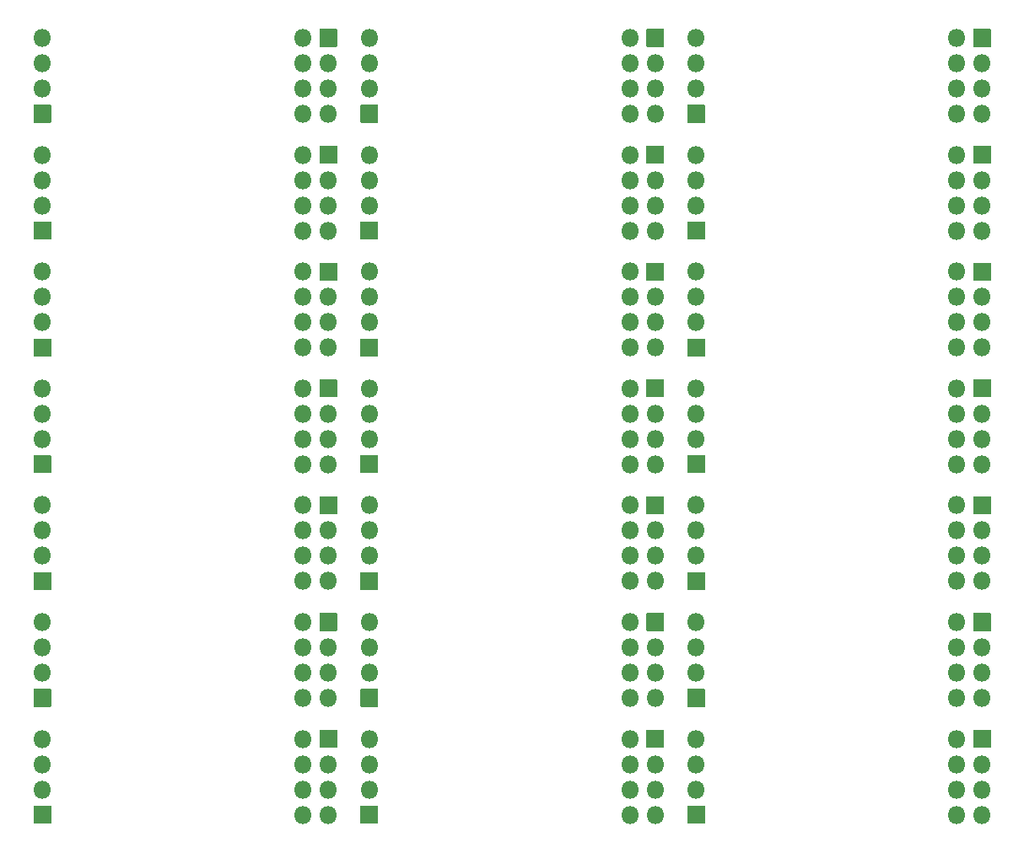
<source format=gbr>
%TF.GenerationSoftware,KiCad,Pcbnew,5.1.9*%
%TF.CreationDate,2021-03-02T23:44:56-08:00*%
%TF.ProjectId,rearm-esp_panelized,72656172-6d2d-4657-9370-5f70616e656c,rev?*%
%TF.SameCoordinates,PX6252a77PY87e2615*%
%TF.FileFunction,Soldermask,Bot*%
%TF.FilePolarity,Negative*%
%FSLAX46Y46*%
G04 Gerber Fmt 4.6, Leading zero omitted, Abs format (unit mm)*
G04 Created by KiCad (PCBNEW 5.1.9) date 2021-03-02 23:44:56*
%MOMM*%
%LPD*%
G01*
G04 APERTURE LIST*
%ADD10O,1.800000X1.800000*%
G04 APERTURE END LIST*
D10*
%TO.C,J1*%
X67816005Y14550001D03*
X67816005Y12010001D03*
X67816005Y9470001D03*
G36*
G01*
X66916005Y6080001D02*
X66916005Y7780001D01*
G75*
G02*
X66966005Y7830001I50000J0D01*
G01*
X68666005Y7830001D01*
G75*
G02*
X68716005Y7780001I0J-50000D01*
G01*
X68716005Y6080001D01*
G75*
G02*
X68666005Y6030001I-50000J0D01*
G01*
X66966005Y6030001D01*
G75*
G02*
X66916005Y6080001I0J50000D01*
G01*
G37*
%TD*%
%TO.C,J1*%
X67816005Y26284003D03*
X67816005Y23744003D03*
X67816005Y21204003D03*
G36*
G01*
X66916005Y17814003D02*
X66916005Y19514003D01*
G75*
G02*
X66966005Y19564003I50000J0D01*
G01*
X68666005Y19564003D01*
G75*
G02*
X68716005Y19514003I0J-50000D01*
G01*
X68716005Y17814003D01*
G75*
G02*
X68666005Y17764003I-50000J0D01*
G01*
X66966005Y17764003D01*
G75*
G02*
X66916005Y17814003I0J50000D01*
G01*
G37*
%TD*%
%TO.C,J1*%
X67816005Y38018005D03*
X67816005Y35478005D03*
X67816005Y32938005D03*
G36*
G01*
X66916005Y29548005D02*
X66916005Y31248005D01*
G75*
G02*
X66966005Y31298005I50000J0D01*
G01*
X68666005Y31298005D01*
G75*
G02*
X68716005Y31248005I0J-50000D01*
G01*
X68716005Y29548005D01*
G75*
G02*
X68666005Y29498005I-50000J0D01*
G01*
X66966005Y29498005D01*
G75*
G02*
X66916005Y29548005I0J50000D01*
G01*
G37*
%TD*%
%TO.C,J1*%
X67816005Y49752007D03*
X67816005Y47212007D03*
X67816005Y44672007D03*
G36*
G01*
X66916005Y41282007D02*
X66916005Y42982007D01*
G75*
G02*
X66966005Y43032007I50000J0D01*
G01*
X68666005Y43032007D01*
G75*
G02*
X68716005Y42982007I0J-50000D01*
G01*
X68716005Y41282007D01*
G75*
G02*
X68666005Y41232007I-50000J0D01*
G01*
X66966005Y41232007D01*
G75*
G02*
X66916005Y41282007I0J50000D01*
G01*
G37*
%TD*%
%TO.C,J1*%
X67816005Y61486009D03*
X67816005Y58946009D03*
X67816005Y56406009D03*
G36*
G01*
X66916005Y53016009D02*
X66916005Y54716009D01*
G75*
G02*
X66966005Y54766009I50000J0D01*
G01*
X68666005Y54766009D01*
G75*
G02*
X68716005Y54716009I0J-50000D01*
G01*
X68716005Y53016009D01*
G75*
G02*
X68666005Y52966009I-50000J0D01*
G01*
X66966005Y52966009D01*
G75*
G02*
X66916005Y53016009I0J50000D01*
G01*
G37*
%TD*%
%TO.C,J1*%
X67816005Y73220011D03*
X67816005Y70680011D03*
X67816005Y68140011D03*
G36*
G01*
X66916005Y64750011D02*
X66916005Y66450011D01*
G75*
G02*
X66966005Y66500011I50000J0D01*
G01*
X68666005Y66500011D01*
G75*
G02*
X68716005Y66450011I0J-50000D01*
G01*
X68716005Y64750011D01*
G75*
G02*
X68666005Y64700011I-50000J0D01*
G01*
X66966005Y64700011D01*
G75*
G02*
X66916005Y64750011I0J50000D01*
G01*
G37*
%TD*%
%TO.C,J1*%
X67816005Y84954013D03*
X67816005Y82414013D03*
X67816005Y79874013D03*
G36*
G01*
X66916005Y76484013D02*
X66916005Y78184013D01*
G75*
G02*
X66966005Y78234013I50000J0D01*
G01*
X68666005Y78234013D01*
G75*
G02*
X68716005Y78184013I0J-50000D01*
G01*
X68716005Y76484013D01*
G75*
G02*
X68666005Y76434013I-50000J0D01*
G01*
X66966005Y76434013D01*
G75*
G02*
X66916005Y76484013I0J50000D01*
G01*
G37*
%TD*%
%TO.C,J1*%
X35000003Y14550001D03*
X35000003Y12010001D03*
X35000003Y9470001D03*
G36*
G01*
X34100003Y6080001D02*
X34100003Y7780001D01*
G75*
G02*
X34150003Y7830001I50000J0D01*
G01*
X35850003Y7830001D01*
G75*
G02*
X35900003Y7780001I0J-50000D01*
G01*
X35900003Y6080001D01*
G75*
G02*
X35850003Y6030001I-50000J0D01*
G01*
X34150003Y6030001D01*
G75*
G02*
X34100003Y6080001I0J50000D01*
G01*
G37*
%TD*%
%TO.C,J1*%
X35000003Y26284003D03*
X35000003Y23744003D03*
X35000003Y21204003D03*
G36*
G01*
X34100003Y17814003D02*
X34100003Y19514003D01*
G75*
G02*
X34150003Y19564003I50000J0D01*
G01*
X35850003Y19564003D01*
G75*
G02*
X35900003Y19514003I0J-50000D01*
G01*
X35900003Y17814003D01*
G75*
G02*
X35850003Y17764003I-50000J0D01*
G01*
X34150003Y17764003D01*
G75*
G02*
X34100003Y17814003I0J50000D01*
G01*
G37*
%TD*%
%TO.C,J1*%
X35000003Y38018005D03*
X35000003Y35478005D03*
X35000003Y32938005D03*
G36*
G01*
X34100003Y29548005D02*
X34100003Y31248005D01*
G75*
G02*
X34150003Y31298005I50000J0D01*
G01*
X35850003Y31298005D01*
G75*
G02*
X35900003Y31248005I0J-50000D01*
G01*
X35900003Y29548005D01*
G75*
G02*
X35850003Y29498005I-50000J0D01*
G01*
X34150003Y29498005D01*
G75*
G02*
X34100003Y29548005I0J50000D01*
G01*
G37*
%TD*%
%TO.C,J1*%
X35000003Y49752007D03*
X35000003Y47212007D03*
X35000003Y44672007D03*
G36*
G01*
X34100003Y41282007D02*
X34100003Y42982007D01*
G75*
G02*
X34150003Y43032007I50000J0D01*
G01*
X35850003Y43032007D01*
G75*
G02*
X35900003Y42982007I0J-50000D01*
G01*
X35900003Y41282007D01*
G75*
G02*
X35850003Y41232007I-50000J0D01*
G01*
X34150003Y41232007D01*
G75*
G02*
X34100003Y41282007I0J50000D01*
G01*
G37*
%TD*%
%TO.C,J1*%
X35000003Y61486009D03*
X35000003Y58946009D03*
X35000003Y56406009D03*
G36*
G01*
X34100003Y53016009D02*
X34100003Y54716009D01*
G75*
G02*
X34150003Y54766009I50000J0D01*
G01*
X35850003Y54766009D01*
G75*
G02*
X35900003Y54716009I0J-50000D01*
G01*
X35900003Y53016009D01*
G75*
G02*
X35850003Y52966009I-50000J0D01*
G01*
X34150003Y52966009D01*
G75*
G02*
X34100003Y53016009I0J50000D01*
G01*
G37*
%TD*%
%TO.C,J1*%
X35000003Y73220011D03*
X35000003Y70680011D03*
X35000003Y68140011D03*
G36*
G01*
X34100003Y64750011D02*
X34100003Y66450011D01*
G75*
G02*
X34150003Y66500011I50000J0D01*
G01*
X35850003Y66500011D01*
G75*
G02*
X35900003Y66450011I0J-50000D01*
G01*
X35900003Y64750011D01*
G75*
G02*
X35850003Y64700011I-50000J0D01*
G01*
X34150003Y64700011D01*
G75*
G02*
X34100003Y64750011I0J50000D01*
G01*
G37*
%TD*%
%TO.C,J1*%
X35000003Y84954013D03*
X35000003Y82414013D03*
X35000003Y79874013D03*
G36*
G01*
X34100003Y76484013D02*
X34100003Y78184013D01*
G75*
G02*
X34150003Y78234013I50000J0D01*
G01*
X35850003Y78234013D01*
G75*
G02*
X35900003Y78184013I0J-50000D01*
G01*
X35900003Y76484013D01*
G75*
G02*
X35850003Y76434013I-50000J0D01*
G01*
X34150003Y76434013D01*
G75*
G02*
X34100003Y76484013I0J50000D01*
G01*
G37*
%TD*%
%TO.C,J1*%
X2184001Y14550001D03*
X2184001Y12010001D03*
X2184001Y9470001D03*
G36*
G01*
X1284001Y6080001D02*
X1284001Y7780001D01*
G75*
G02*
X1334001Y7830001I50000J0D01*
G01*
X3034001Y7830001D01*
G75*
G02*
X3084001Y7780001I0J-50000D01*
G01*
X3084001Y6080001D01*
G75*
G02*
X3034001Y6030001I-50000J0D01*
G01*
X1334001Y6030001D01*
G75*
G02*
X1284001Y6080001I0J50000D01*
G01*
G37*
%TD*%
%TO.C,J1*%
X2184001Y26284003D03*
X2184001Y23744003D03*
X2184001Y21204003D03*
G36*
G01*
X1284001Y17814003D02*
X1284001Y19514003D01*
G75*
G02*
X1334001Y19564003I50000J0D01*
G01*
X3034001Y19564003D01*
G75*
G02*
X3084001Y19514003I0J-50000D01*
G01*
X3084001Y17814003D01*
G75*
G02*
X3034001Y17764003I-50000J0D01*
G01*
X1334001Y17764003D01*
G75*
G02*
X1284001Y17814003I0J50000D01*
G01*
G37*
%TD*%
%TO.C,J1*%
X2184001Y38018005D03*
X2184001Y35478005D03*
X2184001Y32938005D03*
G36*
G01*
X1284001Y29548005D02*
X1284001Y31248005D01*
G75*
G02*
X1334001Y31298005I50000J0D01*
G01*
X3034001Y31298005D01*
G75*
G02*
X3084001Y31248005I0J-50000D01*
G01*
X3084001Y29548005D01*
G75*
G02*
X3034001Y29498005I-50000J0D01*
G01*
X1334001Y29498005D01*
G75*
G02*
X1284001Y29548005I0J50000D01*
G01*
G37*
%TD*%
%TO.C,J1*%
X2184001Y49752007D03*
X2184001Y47212007D03*
X2184001Y44672007D03*
G36*
G01*
X1284001Y41282007D02*
X1284001Y42982007D01*
G75*
G02*
X1334001Y43032007I50000J0D01*
G01*
X3034001Y43032007D01*
G75*
G02*
X3084001Y42982007I0J-50000D01*
G01*
X3084001Y41282007D01*
G75*
G02*
X3034001Y41232007I-50000J0D01*
G01*
X1334001Y41232007D01*
G75*
G02*
X1284001Y41282007I0J50000D01*
G01*
G37*
%TD*%
%TO.C,J1*%
X2184001Y61486009D03*
X2184001Y58946009D03*
X2184001Y56406009D03*
G36*
G01*
X1284001Y53016009D02*
X1284001Y54716009D01*
G75*
G02*
X1334001Y54766009I50000J0D01*
G01*
X3034001Y54766009D01*
G75*
G02*
X3084001Y54716009I0J-50000D01*
G01*
X3084001Y53016009D01*
G75*
G02*
X3034001Y52966009I-50000J0D01*
G01*
X1334001Y52966009D01*
G75*
G02*
X1284001Y53016009I0J50000D01*
G01*
G37*
%TD*%
%TO.C,J1*%
X2184001Y73220011D03*
X2184001Y70680011D03*
X2184001Y68140011D03*
G36*
G01*
X1284001Y64750011D02*
X1284001Y66450011D01*
G75*
G02*
X1334001Y66500011I50000J0D01*
G01*
X3034001Y66500011D01*
G75*
G02*
X3084001Y66450011I0J-50000D01*
G01*
X3084001Y64750011D01*
G75*
G02*
X3034001Y64700011I-50000J0D01*
G01*
X1334001Y64700011D01*
G75*
G02*
X1284001Y64750011I0J50000D01*
G01*
G37*
%TD*%
%TO.C,J2*%
X93978005Y6930001D03*
X96518005Y6930001D03*
X93978005Y9470001D03*
X96518005Y9470001D03*
X93978005Y12010001D03*
X96518005Y12010001D03*
X93978005Y14550001D03*
G36*
G01*
X95618005Y13700001D02*
X95618005Y15400001D01*
G75*
G02*
X95668005Y15450001I50000J0D01*
G01*
X97368005Y15450001D01*
G75*
G02*
X97418005Y15400001I0J-50000D01*
G01*
X97418005Y13700001D01*
G75*
G02*
X97368005Y13650001I-50000J0D01*
G01*
X95668005Y13650001D01*
G75*
G02*
X95618005Y13700001I0J50000D01*
G01*
G37*
%TD*%
%TO.C,J2*%
X93978005Y18664003D03*
X96518005Y18664003D03*
X93978005Y21204003D03*
X96518005Y21204003D03*
X93978005Y23744003D03*
X96518005Y23744003D03*
X93978005Y26284003D03*
G36*
G01*
X95618005Y25434003D02*
X95618005Y27134003D01*
G75*
G02*
X95668005Y27184003I50000J0D01*
G01*
X97368005Y27184003D01*
G75*
G02*
X97418005Y27134003I0J-50000D01*
G01*
X97418005Y25434003D01*
G75*
G02*
X97368005Y25384003I-50000J0D01*
G01*
X95668005Y25384003D01*
G75*
G02*
X95618005Y25434003I0J50000D01*
G01*
G37*
%TD*%
%TO.C,J2*%
X93978005Y30398005D03*
X96518005Y30398005D03*
X93978005Y32938005D03*
X96518005Y32938005D03*
X93978005Y35478005D03*
X96518005Y35478005D03*
X93978005Y38018005D03*
G36*
G01*
X95618005Y37168005D02*
X95618005Y38868005D01*
G75*
G02*
X95668005Y38918005I50000J0D01*
G01*
X97368005Y38918005D01*
G75*
G02*
X97418005Y38868005I0J-50000D01*
G01*
X97418005Y37168005D01*
G75*
G02*
X97368005Y37118005I-50000J0D01*
G01*
X95668005Y37118005D01*
G75*
G02*
X95618005Y37168005I0J50000D01*
G01*
G37*
%TD*%
%TO.C,J2*%
X93978005Y42132007D03*
X96518005Y42132007D03*
X93978005Y44672007D03*
X96518005Y44672007D03*
X93978005Y47212007D03*
X96518005Y47212007D03*
X93978005Y49752007D03*
G36*
G01*
X95618005Y48902007D02*
X95618005Y50602007D01*
G75*
G02*
X95668005Y50652007I50000J0D01*
G01*
X97368005Y50652007D01*
G75*
G02*
X97418005Y50602007I0J-50000D01*
G01*
X97418005Y48902007D01*
G75*
G02*
X97368005Y48852007I-50000J0D01*
G01*
X95668005Y48852007D01*
G75*
G02*
X95618005Y48902007I0J50000D01*
G01*
G37*
%TD*%
%TO.C,J2*%
X93978005Y53866009D03*
X96518005Y53866009D03*
X93978005Y56406009D03*
X96518005Y56406009D03*
X93978005Y58946009D03*
X96518005Y58946009D03*
X93978005Y61486009D03*
G36*
G01*
X95618005Y60636009D02*
X95618005Y62336009D01*
G75*
G02*
X95668005Y62386009I50000J0D01*
G01*
X97368005Y62386009D01*
G75*
G02*
X97418005Y62336009I0J-50000D01*
G01*
X97418005Y60636009D01*
G75*
G02*
X97368005Y60586009I-50000J0D01*
G01*
X95668005Y60586009D01*
G75*
G02*
X95618005Y60636009I0J50000D01*
G01*
G37*
%TD*%
%TO.C,J2*%
X93978005Y65600011D03*
X96518005Y65600011D03*
X93978005Y68140011D03*
X96518005Y68140011D03*
X93978005Y70680011D03*
X96518005Y70680011D03*
X93978005Y73220011D03*
G36*
G01*
X95618005Y72370011D02*
X95618005Y74070011D01*
G75*
G02*
X95668005Y74120011I50000J0D01*
G01*
X97368005Y74120011D01*
G75*
G02*
X97418005Y74070011I0J-50000D01*
G01*
X97418005Y72370011D01*
G75*
G02*
X97368005Y72320011I-50000J0D01*
G01*
X95668005Y72320011D01*
G75*
G02*
X95618005Y72370011I0J50000D01*
G01*
G37*
%TD*%
%TO.C,J2*%
X93978005Y77334013D03*
X96518005Y77334013D03*
X93978005Y79874013D03*
X96518005Y79874013D03*
X93978005Y82414013D03*
X96518005Y82414013D03*
X93978005Y84954013D03*
G36*
G01*
X95618005Y84104013D02*
X95618005Y85804013D01*
G75*
G02*
X95668005Y85854013I50000J0D01*
G01*
X97368005Y85854013D01*
G75*
G02*
X97418005Y85804013I0J-50000D01*
G01*
X97418005Y84104013D01*
G75*
G02*
X97368005Y84054013I-50000J0D01*
G01*
X95668005Y84054013D01*
G75*
G02*
X95618005Y84104013I0J50000D01*
G01*
G37*
%TD*%
%TO.C,J2*%
X61162003Y6930001D03*
X63702003Y6930001D03*
X61162003Y9470001D03*
X63702003Y9470001D03*
X61162003Y12010001D03*
X63702003Y12010001D03*
X61162003Y14550001D03*
G36*
G01*
X62802003Y13700001D02*
X62802003Y15400001D01*
G75*
G02*
X62852003Y15450001I50000J0D01*
G01*
X64552003Y15450001D01*
G75*
G02*
X64602003Y15400001I0J-50000D01*
G01*
X64602003Y13700001D01*
G75*
G02*
X64552003Y13650001I-50000J0D01*
G01*
X62852003Y13650001D01*
G75*
G02*
X62802003Y13700001I0J50000D01*
G01*
G37*
%TD*%
%TO.C,J2*%
X61162003Y18664003D03*
X63702003Y18664003D03*
X61162003Y21204003D03*
X63702003Y21204003D03*
X61162003Y23744003D03*
X63702003Y23744003D03*
X61162003Y26284003D03*
G36*
G01*
X62802003Y25434003D02*
X62802003Y27134003D01*
G75*
G02*
X62852003Y27184003I50000J0D01*
G01*
X64552003Y27184003D01*
G75*
G02*
X64602003Y27134003I0J-50000D01*
G01*
X64602003Y25434003D01*
G75*
G02*
X64552003Y25384003I-50000J0D01*
G01*
X62852003Y25384003D01*
G75*
G02*
X62802003Y25434003I0J50000D01*
G01*
G37*
%TD*%
%TO.C,J2*%
X61162003Y30398005D03*
X63702003Y30398005D03*
X61162003Y32938005D03*
X63702003Y32938005D03*
X61162003Y35478005D03*
X63702003Y35478005D03*
X61162003Y38018005D03*
G36*
G01*
X62802003Y37168005D02*
X62802003Y38868005D01*
G75*
G02*
X62852003Y38918005I50000J0D01*
G01*
X64552003Y38918005D01*
G75*
G02*
X64602003Y38868005I0J-50000D01*
G01*
X64602003Y37168005D01*
G75*
G02*
X64552003Y37118005I-50000J0D01*
G01*
X62852003Y37118005D01*
G75*
G02*
X62802003Y37168005I0J50000D01*
G01*
G37*
%TD*%
%TO.C,J2*%
X61162003Y42132007D03*
X63702003Y42132007D03*
X61162003Y44672007D03*
X63702003Y44672007D03*
X61162003Y47212007D03*
X63702003Y47212007D03*
X61162003Y49752007D03*
G36*
G01*
X62802003Y48902007D02*
X62802003Y50602007D01*
G75*
G02*
X62852003Y50652007I50000J0D01*
G01*
X64552003Y50652007D01*
G75*
G02*
X64602003Y50602007I0J-50000D01*
G01*
X64602003Y48902007D01*
G75*
G02*
X64552003Y48852007I-50000J0D01*
G01*
X62852003Y48852007D01*
G75*
G02*
X62802003Y48902007I0J50000D01*
G01*
G37*
%TD*%
%TO.C,J2*%
X61162003Y53866009D03*
X63702003Y53866009D03*
X61162003Y56406009D03*
X63702003Y56406009D03*
X61162003Y58946009D03*
X63702003Y58946009D03*
X61162003Y61486009D03*
G36*
G01*
X62802003Y60636009D02*
X62802003Y62336009D01*
G75*
G02*
X62852003Y62386009I50000J0D01*
G01*
X64552003Y62386009D01*
G75*
G02*
X64602003Y62336009I0J-50000D01*
G01*
X64602003Y60636009D01*
G75*
G02*
X64552003Y60586009I-50000J0D01*
G01*
X62852003Y60586009D01*
G75*
G02*
X62802003Y60636009I0J50000D01*
G01*
G37*
%TD*%
%TO.C,J2*%
X61162003Y65600011D03*
X63702003Y65600011D03*
X61162003Y68140011D03*
X63702003Y68140011D03*
X61162003Y70680011D03*
X63702003Y70680011D03*
X61162003Y73220011D03*
G36*
G01*
X62802003Y72370011D02*
X62802003Y74070011D01*
G75*
G02*
X62852003Y74120011I50000J0D01*
G01*
X64552003Y74120011D01*
G75*
G02*
X64602003Y74070011I0J-50000D01*
G01*
X64602003Y72370011D01*
G75*
G02*
X64552003Y72320011I-50000J0D01*
G01*
X62852003Y72320011D01*
G75*
G02*
X62802003Y72370011I0J50000D01*
G01*
G37*
%TD*%
%TO.C,J2*%
X61162003Y77334013D03*
X63702003Y77334013D03*
X61162003Y79874013D03*
X63702003Y79874013D03*
X61162003Y82414013D03*
X63702003Y82414013D03*
X61162003Y84954013D03*
G36*
G01*
X62802003Y84104013D02*
X62802003Y85804013D01*
G75*
G02*
X62852003Y85854013I50000J0D01*
G01*
X64552003Y85854013D01*
G75*
G02*
X64602003Y85804013I0J-50000D01*
G01*
X64602003Y84104013D01*
G75*
G02*
X64552003Y84054013I-50000J0D01*
G01*
X62852003Y84054013D01*
G75*
G02*
X62802003Y84104013I0J50000D01*
G01*
G37*
%TD*%
%TO.C,J2*%
X28346001Y6930001D03*
X30886001Y6930001D03*
X28346001Y9470001D03*
X30886001Y9470001D03*
X28346001Y12010001D03*
X30886001Y12010001D03*
X28346001Y14550001D03*
G36*
G01*
X29986001Y13700001D02*
X29986001Y15400001D01*
G75*
G02*
X30036001Y15450001I50000J0D01*
G01*
X31736001Y15450001D01*
G75*
G02*
X31786001Y15400001I0J-50000D01*
G01*
X31786001Y13700001D01*
G75*
G02*
X31736001Y13650001I-50000J0D01*
G01*
X30036001Y13650001D01*
G75*
G02*
X29986001Y13700001I0J50000D01*
G01*
G37*
%TD*%
%TO.C,J2*%
X28346001Y18664003D03*
X30886001Y18664003D03*
X28346001Y21204003D03*
X30886001Y21204003D03*
X28346001Y23744003D03*
X30886001Y23744003D03*
X28346001Y26284003D03*
G36*
G01*
X29986001Y25434003D02*
X29986001Y27134003D01*
G75*
G02*
X30036001Y27184003I50000J0D01*
G01*
X31736001Y27184003D01*
G75*
G02*
X31786001Y27134003I0J-50000D01*
G01*
X31786001Y25434003D01*
G75*
G02*
X31736001Y25384003I-50000J0D01*
G01*
X30036001Y25384003D01*
G75*
G02*
X29986001Y25434003I0J50000D01*
G01*
G37*
%TD*%
%TO.C,J2*%
X28346001Y30398005D03*
X30886001Y30398005D03*
X28346001Y32938005D03*
X30886001Y32938005D03*
X28346001Y35478005D03*
X30886001Y35478005D03*
X28346001Y38018005D03*
G36*
G01*
X29986001Y37168005D02*
X29986001Y38868005D01*
G75*
G02*
X30036001Y38918005I50000J0D01*
G01*
X31736001Y38918005D01*
G75*
G02*
X31786001Y38868005I0J-50000D01*
G01*
X31786001Y37168005D01*
G75*
G02*
X31736001Y37118005I-50000J0D01*
G01*
X30036001Y37118005D01*
G75*
G02*
X29986001Y37168005I0J50000D01*
G01*
G37*
%TD*%
%TO.C,J2*%
X28346001Y42132007D03*
X30886001Y42132007D03*
X28346001Y44672007D03*
X30886001Y44672007D03*
X28346001Y47212007D03*
X30886001Y47212007D03*
X28346001Y49752007D03*
G36*
G01*
X29986001Y48902007D02*
X29986001Y50602007D01*
G75*
G02*
X30036001Y50652007I50000J0D01*
G01*
X31736001Y50652007D01*
G75*
G02*
X31786001Y50602007I0J-50000D01*
G01*
X31786001Y48902007D01*
G75*
G02*
X31736001Y48852007I-50000J0D01*
G01*
X30036001Y48852007D01*
G75*
G02*
X29986001Y48902007I0J50000D01*
G01*
G37*
%TD*%
%TO.C,J2*%
X28346001Y53866009D03*
X30886001Y53866009D03*
X28346001Y56406009D03*
X30886001Y56406009D03*
X28346001Y58946009D03*
X30886001Y58946009D03*
X28346001Y61486009D03*
G36*
G01*
X29986001Y60636009D02*
X29986001Y62336009D01*
G75*
G02*
X30036001Y62386009I50000J0D01*
G01*
X31736001Y62386009D01*
G75*
G02*
X31786001Y62336009I0J-50000D01*
G01*
X31786001Y60636009D01*
G75*
G02*
X31736001Y60586009I-50000J0D01*
G01*
X30036001Y60586009D01*
G75*
G02*
X29986001Y60636009I0J50000D01*
G01*
G37*
%TD*%
%TO.C,J2*%
X28346001Y65600011D03*
X30886001Y65600011D03*
X28346001Y68140011D03*
X30886001Y68140011D03*
X28346001Y70680011D03*
X30886001Y70680011D03*
X28346001Y73220011D03*
G36*
G01*
X29986001Y72370011D02*
X29986001Y74070011D01*
G75*
G02*
X30036001Y74120011I50000J0D01*
G01*
X31736001Y74120011D01*
G75*
G02*
X31786001Y74070011I0J-50000D01*
G01*
X31786001Y72370011D01*
G75*
G02*
X31736001Y72320011I-50000J0D01*
G01*
X30036001Y72320011D01*
G75*
G02*
X29986001Y72370011I0J50000D01*
G01*
G37*
%TD*%
%TO.C,J2*%
G36*
G01*
X29986001Y84104013D02*
X29986001Y85804013D01*
G75*
G02*
X30036001Y85854013I50000J0D01*
G01*
X31736001Y85854013D01*
G75*
G02*
X31786001Y85804013I0J-50000D01*
G01*
X31786001Y84104013D01*
G75*
G02*
X31736001Y84054013I-50000J0D01*
G01*
X30036001Y84054013D01*
G75*
G02*
X29986001Y84104013I0J50000D01*
G01*
G37*
X28346001Y84954013D03*
X30886001Y82414013D03*
X28346001Y82414013D03*
X30886001Y79874013D03*
X28346001Y79874013D03*
X30886001Y77334013D03*
X28346001Y77334013D03*
%TD*%
%TO.C,J1*%
G36*
G01*
X1284001Y76484013D02*
X1284001Y78184013D01*
G75*
G02*
X1334001Y78234013I50000J0D01*
G01*
X3034001Y78234013D01*
G75*
G02*
X3084001Y78184013I0J-50000D01*
G01*
X3084001Y76484013D01*
G75*
G02*
X3034001Y76434013I-50000J0D01*
G01*
X1334001Y76434013D01*
G75*
G02*
X1284001Y76484013I0J50000D01*
G01*
G37*
X2184001Y79874013D03*
X2184001Y82414013D03*
X2184001Y84954013D03*
%TD*%
M02*

</source>
